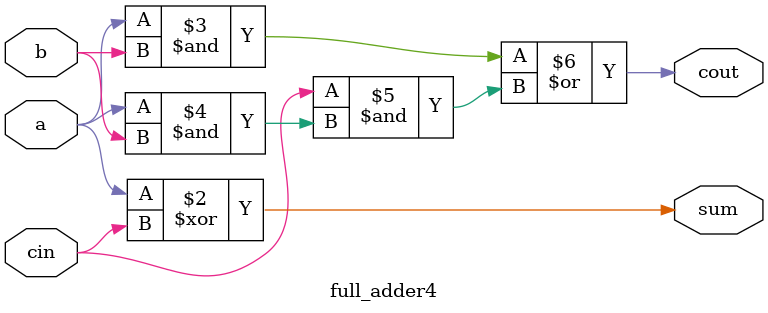
<source format=v>
module full_adder4(a,b,cin,sum,cout);
input a,b,cin;
output sum,cout;
assign sum = a^1'b0^cin;
assign cout = a&b|cin&(a&b); 
// initial begin
//     $display("The incorrect adder with xor0 having in2/0");
// end   
endmodule
</source>
